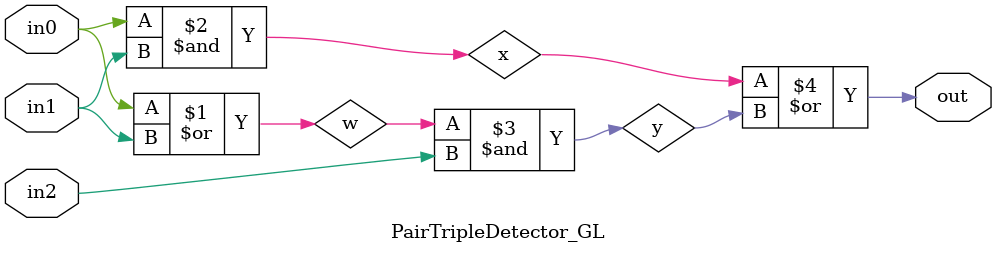
<source format=v>

`ifndef PAIR_TRIPLE_DETECTOR_GL_V
`define PAIR_TRIPLE_DETECTOR_GL_V

`include "ece2300-misc.v"

module PairTripleDetector_GL
(
  input  wire in0,
  input  wire in1,
  input  wire in2,
  output wire out
 );

  //''' ACTIVITY '''''''''''''''''''''''''''''''''''''''''''''''''''''''''
  // Implement pair/triple detector using explicit gate-level modeling
  //''''''''''''''''''''''''''''''''''''''''''''''''''''''''''''''''''''''
  wire w;
  wire x;
  wire y;

  or(w, in0, in1);
  and(x, in0, in1);
  and(y, w, in2);
  or(out, x, y);
endmodule

`endif /* PAIR_TRIPLE_DETECTOR_GL_V */



</source>
